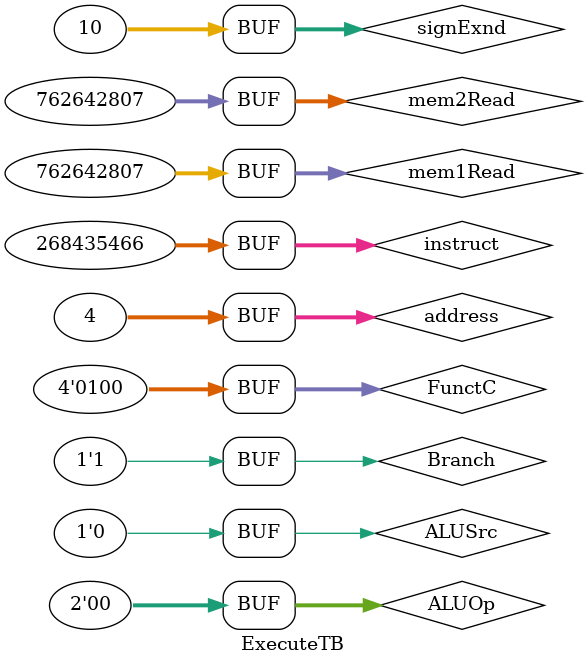
<source format=v>
module ExecuteTB();
	reg [31:0] instruct;
	reg [31:0] address;
	reg [31:0] signExnd;
	reg [31:0] mem1Read,mem2Read;
	reg ALUSrc, Branch;
	reg [3:0] FunctC;
	reg [1:0] ALUOp;
	wire [31:0] ALUResult;
	wire [31:0] MX2;
	
	Execute u0 (.instruct,.address,.signExnd,.mem1Read,.mem2Read,.ALUSrc,.Branch,.FunctC,.ALUOp,.ALUResult,.MX2);

	initial begin 
		instruct = 32'b01000000000000000000000000000000; //ad
		address =  32'b00000000000000000000000000000100;
		signExnd = 32'b00000000000000000000000101110111;
		mem1Read = 32'b01010100101100111101010011000011;
		mem2Read = 32'b00101101011101010000000101110111;
		ALUSrc = 1; 
		Branch = 0;
		FunctC = 4'b0010 ;
		ALUOp = 2'b01;
		#5
		instruct = 32'b01000000000000000000000000000000; //ad
		address =  32'b00000000000000000000000000000100;
		signExnd = 32'b00000000000000000000000101110111;
		mem1Read = 32'b01010100101100111101010011000011;
		mem2Read = 32'b00101101011101010000000101110111;
		ALUSrc = 0; 
		Branch = 0;
		FunctC = 4'b0010 ;
		ALUOp = 2'b01;
		#5
		instruct = 32'b00010000000000000000000000001010; //branch inst
		address =  32'b00000000000000000000000000000100; //current addr
		signExnd = 32'b00000000000000000000000000001010; // ext addr
		mem1Read = 32'b00101101011101010000000101110111; //same #
		mem2Read = 32'b00101101011101010000000101110111; // same #
		ALUSrc = 0; 
		Branch = 1;
		FunctC = 4'b0100 ;
		ALUOp = 2'b00;
	end
	
endmodule

</source>
